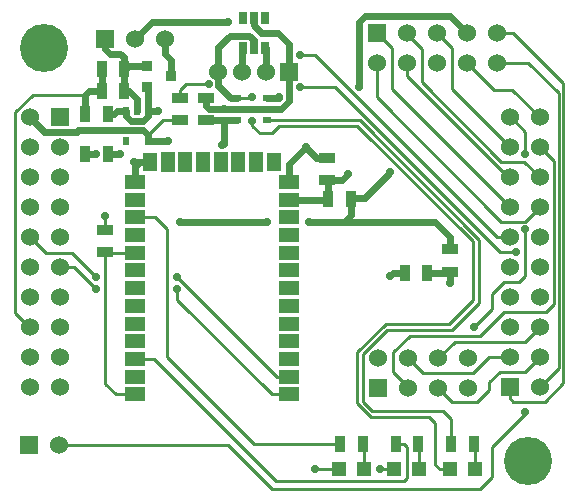
<source format=gtl>
G04 (created by PCBNEW (2013-may-18)-stable) date Вт 16 фев 2016 22:09:58*
%MOIN*%
G04 Gerber Fmt 3.4, Leading zero omitted, Abs format*
%FSLAX34Y34*%
G01*
G70*
G90*
G04 APERTURE LIST*
%ADD10C,0.00590551*%
%ADD11R,0.036X0.036*%
%ADD12R,0.0276X0.0394*%
%ADD13R,0.02X0.03*%
%ADD14R,0.03X0.02*%
%ADD15R,0.035X0.055*%
%ADD16R,0.055X0.035*%
%ADD17R,0.06X0.06*%
%ADD18C,0.06*%
%ADD19R,0.0472X0.0472*%
%ADD20R,0.0669X0.0472*%
%ADD21R,0.0472X0.0629*%
%ADD22R,0.0472X0.0669*%
%ADD23C,0.16*%
%ADD24C,0.0275591*%
%ADD25C,0.023622*%
%ADD26C,0.01*%
G04 APERTURE END LIST*
G54D10*
G54D11*
X29200Y-17750D03*
X29200Y-17050D03*
X30000Y-17400D03*
G54D12*
X33125Y-16450D03*
X32750Y-16450D03*
X32375Y-16450D03*
X32375Y-15450D03*
X32750Y-15450D03*
X33125Y-15450D03*
G54D13*
X29225Y-18550D03*
X28475Y-18550D03*
X29225Y-19550D03*
X28850Y-18550D03*
X28475Y-19550D03*
G54D14*
X33200Y-18875D03*
X33200Y-18125D03*
X32200Y-18875D03*
X33200Y-18500D03*
X32200Y-18125D03*
G54D15*
X39325Y-29650D03*
X40075Y-29650D03*
G54D16*
X39300Y-23925D03*
X39300Y-23175D03*
G54D15*
X38525Y-23950D03*
X37775Y-23950D03*
X35975Y-21500D03*
X35225Y-21500D03*
G54D16*
X27800Y-23275D03*
X27800Y-22525D03*
X35200Y-20875D03*
X35200Y-20125D03*
X30300Y-18875D03*
X30300Y-18125D03*
G54D15*
X37475Y-29650D03*
X38225Y-29650D03*
G54D16*
X31150Y-18125D03*
X31150Y-18875D03*
G54D15*
X35625Y-29650D03*
X36375Y-29650D03*
X27675Y-17150D03*
X28425Y-17150D03*
X27675Y-17900D03*
X28425Y-17900D03*
X27875Y-18650D03*
X27125Y-18650D03*
X27875Y-20000D03*
X27125Y-20000D03*
G54D17*
X36900Y-27800D03*
G54D18*
X36900Y-26800D03*
X37900Y-27800D03*
X37900Y-26800D03*
X38900Y-27800D03*
X38900Y-26800D03*
X39900Y-27800D03*
X39900Y-26800D03*
G54D17*
X27800Y-16150D03*
G54D18*
X28800Y-16150D03*
X29800Y-16150D03*
G54D17*
X25250Y-29700D03*
G54D18*
X26250Y-29700D03*
G54D17*
X41287Y-27767D03*
G54D18*
X42287Y-27767D03*
X41287Y-26767D03*
X42287Y-26767D03*
X41287Y-25767D03*
X42287Y-25767D03*
X41287Y-24767D03*
X42287Y-24767D03*
X41287Y-23767D03*
X42287Y-23767D03*
X41287Y-22767D03*
X42287Y-22767D03*
X41287Y-21767D03*
X42287Y-21767D03*
X41287Y-20767D03*
X42287Y-20767D03*
X41287Y-19767D03*
X42287Y-19767D03*
X41287Y-18767D03*
X42287Y-18767D03*
G54D17*
X26287Y-18767D03*
G54D18*
X25287Y-18767D03*
X26287Y-19767D03*
X25287Y-19767D03*
X26287Y-20767D03*
X25287Y-20767D03*
X26287Y-21767D03*
X25287Y-21767D03*
X26287Y-22767D03*
X25287Y-22767D03*
X26287Y-23767D03*
X25287Y-23767D03*
X26287Y-24767D03*
X25287Y-24767D03*
X26287Y-25767D03*
X25287Y-25767D03*
X26287Y-26767D03*
X25287Y-26767D03*
X26287Y-27767D03*
X25287Y-27767D03*
G54D17*
X33931Y-17250D03*
G54D18*
X33143Y-17250D03*
X32356Y-17250D03*
X31568Y-17250D03*
G54D19*
X38263Y-30500D03*
X37437Y-30500D03*
X36413Y-30500D03*
X35587Y-30500D03*
X39287Y-30500D03*
X40113Y-30500D03*
G54D20*
X33909Y-22107D03*
X33909Y-21516D03*
X33909Y-20926D03*
X33909Y-22697D03*
X33909Y-23288D03*
X33909Y-23878D03*
X33909Y-24469D03*
X33909Y-25059D03*
X33909Y-25650D03*
X33909Y-26241D03*
X33909Y-26831D03*
X33909Y-27422D03*
X33909Y-28012D03*
G54D21*
X33417Y-20258D03*
G54D22*
X32825Y-20276D03*
X32235Y-20276D03*
X31645Y-20276D03*
X31055Y-20276D03*
X30465Y-20276D03*
X29875Y-20276D03*
G54D21*
X29285Y-20257D03*
G54D20*
X28791Y-20926D03*
X28791Y-21516D03*
X28791Y-22108D03*
X28791Y-22697D03*
X28791Y-23288D03*
X28791Y-23878D03*
X28791Y-24469D03*
X28791Y-25059D03*
X28791Y-25650D03*
X28791Y-26241D03*
X28791Y-26831D03*
X28791Y-27422D03*
X28791Y-28012D03*
G54D17*
X36850Y-15950D03*
G54D18*
X36850Y-16950D03*
X37850Y-15950D03*
X37850Y-16950D03*
X38850Y-15950D03*
X38850Y-16950D03*
X39850Y-15950D03*
X39850Y-16950D03*
X40850Y-15950D03*
X40850Y-16950D03*
G54D23*
X25750Y-16450D03*
X41893Y-30229D03*
G54D24*
X36250Y-17750D03*
X37300Y-20600D03*
X33200Y-22250D03*
X30300Y-22250D03*
X34600Y-22250D03*
X29900Y-19550D03*
X36950Y-30500D03*
X34800Y-30500D03*
X27500Y-20000D03*
X31750Y-18500D03*
X34475Y-19775D03*
X28750Y-20250D03*
X27800Y-22050D03*
X37300Y-24050D03*
X41800Y-20000D03*
X41800Y-22500D03*
X40100Y-25750D03*
X41800Y-28600D03*
X34300Y-16700D03*
X41500Y-23250D03*
X34300Y-17750D03*
X31250Y-17650D03*
X27500Y-24500D03*
X30200Y-24500D03*
X27500Y-24100D03*
X30200Y-24100D03*
X39300Y-24300D03*
X35900Y-20650D03*
X31900Y-15600D03*
X33600Y-18100D03*
X31700Y-19700D03*
X32700Y-18100D03*
X32700Y-18900D03*
X29550Y-18550D03*
X28300Y-20000D03*
G54D25*
X35750Y-22250D02*
X38800Y-22250D01*
X39300Y-22750D02*
X39300Y-23175D01*
X38800Y-22250D02*
X39300Y-22750D01*
X39400Y-15500D02*
X39300Y-15400D01*
X39300Y-15400D02*
X36450Y-15400D01*
X36450Y-15400D02*
X36250Y-15600D01*
X36250Y-15600D02*
X36250Y-17750D01*
X39850Y-15950D02*
X39400Y-15500D01*
X36025Y-21450D02*
X35975Y-21500D01*
X36450Y-21450D02*
X36025Y-21450D01*
X37300Y-20600D02*
X36450Y-21450D01*
X33200Y-22250D02*
X31100Y-22250D01*
X31100Y-22250D02*
X30300Y-22250D01*
X35975Y-22025D02*
X35975Y-21500D01*
X35750Y-22250D02*
X35975Y-22025D01*
X34600Y-22250D02*
X35750Y-22250D01*
X29900Y-19550D02*
X29225Y-19550D01*
G54D26*
X30300Y-18875D02*
X29725Y-18875D01*
X29725Y-18875D02*
X29225Y-19375D01*
G54D25*
X29225Y-19550D02*
X29225Y-19375D01*
X25769Y-19250D02*
X25287Y-18767D01*
X26850Y-19250D02*
X25769Y-19250D01*
X26900Y-19200D02*
X26850Y-19250D01*
X29050Y-19200D02*
X26900Y-19200D01*
X29225Y-19375D02*
X29050Y-19200D01*
X35200Y-20125D02*
X34825Y-20125D01*
X34825Y-20125D02*
X34475Y-19775D01*
G54D26*
X37437Y-30500D02*
X36950Y-30500D01*
X35587Y-30500D02*
X34800Y-30500D01*
G54D25*
X27125Y-20000D02*
X27500Y-20000D01*
X27800Y-16150D02*
X27800Y-16500D01*
X28425Y-16775D02*
X28425Y-17200D01*
X28300Y-16650D02*
X28425Y-16775D01*
X27950Y-16650D02*
X28300Y-16650D01*
X27800Y-16500D02*
X27950Y-16650D01*
X29200Y-17050D02*
X28575Y-17050D01*
X28575Y-17050D02*
X28425Y-17200D01*
X28425Y-17900D02*
X28425Y-17200D01*
X28850Y-18550D02*
X28850Y-18150D01*
X28600Y-17900D02*
X28425Y-17900D01*
X28850Y-18150D02*
X28600Y-17900D01*
X33909Y-20926D02*
X33909Y-20341D01*
X33909Y-20341D02*
X34475Y-19775D01*
X28950Y-20257D02*
X28757Y-20257D01*
X28757Y-20257D02*
X28750Y-20250D01*
X28791Y-20926D02*
X28791Y-20409D01*
X28943Y-20257D02*
X28950Y-20257D01*
X28950Y-20257D02*
X29285Y-20257D01*
X28791Y-20409D02*
X28943Y-20257D01*
G54D26*
X27800Y-22525D02*
X27800Y-22050D01*
G54D25*
X37775Y-23950D02*
X37400Y-23950D01*
X37400Y-23950D02*
X37300Y-24050D01*
X31150Y-18125D02*
X31150Y-18400D01*
X31250Y-18500D02*
X31750Y-18500D01*
X31750Y-18500D02*
X33200Y-18500D01*
X31150Y-18400D02*
X31250Y-18500D01*
X33200Y-18500D02*
X33650Y-18500D01*
X33931Y-18218D02*
X33931Y-17250D01*
X33650Y-18500D02*
X33931Y-18218D01*
X32750Y-15450D02*
X32750Y-15700D01*
X33931Y-16331D02*
X33931Y-17250D01*
X33550Y-15950D02*
X33931Y-16331D01*
X33000Y-15950D02*
X33550Y-15950D01*
X32750Y-15700D02*
X33000Y-15950D01*
G54D26*
X41317Y-18767D02*
X41287Y-18767D01*
X41800Y-19250D02*
X41317Y-18767D01*
X41800Y-20000D02*
X41800Y-19250D01*
X41800Y-24050D02*
X41800Y-22500D01*
X41600Y-24250D02*
X41800Y-24050D01*
X41100Y-24250D02*
X41600Y-24250D01*
X40700Y-24650D02*
X41100Y-24250D01*
X40700Y-25150D02*
X40700Y-24650D01*
X40100Y-25750D02*
X40700Y-25150D01*
X37900Y-27800D02*
X37900Y-27750D01*
X42750Y-20230D02*
X42287Y-19767D01*
X42750Y-25000D02*
X42750Y-20230D01*
X42500Y-25250D02*
X42750Y-25000D01*
X41100Y-25250D02*
X42500Y-25250D01*
X40300Y-26050D02*
X41100Y-25250D01*
X37950Y-26050D02*
X40300Y-26050D01*
X37400Y-26600D02*
X37950Y-26050D01*
X37400Y-27250D02*
X37400Y-26600D01*
X37900Y-27750D02*
X37400Y-27250D01*
X37900Y-26800D02*
X38400Y-27300D01*
X40582Y-26767D02*
X41287Y-26767D01*
X40050Y-27300D02*
X40582Y-26767D01*
X38400Y-27300D02*
X40050Y-27300D01*
X38900Y-27800D02*
X39300Y-28200D01*
X41805Y-27250D02*
X42287Y-26767D01*
X40950Y-27250D02*
X41805Y-27250D01*
X40600Y-27600D02*
X40950Y-27250D01*
X40600Y-27850D02*
X40600Y-27600D01*
X40200Y-28250D02*
X40600Y-27850D01*
X39350Y-28250D02*
X40200Y-28250D01*
X39300Y-28200D02*
X39350Y-28250D01*
X38900Y-26800D02*
X39450Y-26250D01*
X41805Y-26250D02*
X42287Y-25767D01*
X39450Y-26250D02*
X41805Y-26250D01*
X26250Y-29700D02*
X31900Y-29700D01*
X41800Y-28650D02*
X41800Y-28600D01*
X40700Y-29750D02*
X41800Y-28650D01*
X40700Y-30750D02*
X40700Y-29750D01*
X40300Y-31150D02*
X40700Y-30750D01*
X33350Y-31150D02*
X40300Y-31150D01*
X31900Y-29700D02*
X33350Y-31150D01*
X39850Y-16950D02*
X40750Y-17850D01*
X41369Y-17850D02*
X42287Y-18767D01*
X40750Y-17850D02*
X41369Y-17850D01*
X41287Y-22767D02*
X40867Y-22767D01*
X34800Y-16700D02*
X34300Y-16700D01*
X40867Y-22767D02*
X34800Y-16700D01*
G54D25*
X33143Y-17250D02*
X33143Y-16468D01*
X33143Y-16468D02*
X33125Y-16450D01*
G54D26*
X40950Y-23250D02*
X41500Y-23250D01*
X35450Y-17750D02*
X40950Y-23250D01*
X34950Y-17750D02*
X35450Y-17750D01*
X34300Y-17750D02*
X34950Y-17750D01*
X30300Y-18125D02*
X30300Y-17850D01*
X30500Y-17650D02*
X31250Y-17650D01*
X30300Y-17850D02*
X30500Y-17650D01*
G54D25*
X32356Y-17250D02*
X32356Y-16468D01*
X32356Y-16468D02*
X32375Y-16450D01*
G54D26*
X38263Y-30500D02*
X38263Y-29688D01*
X38263Y-29688D02*
X38225Y-29650D01*
X37475Y-29650D02*
X37750Y-29650D01*
X29431Y-26831D02*
X28791Y-26831D01*
X33500Y-30900D02*
X29431Y-26831D01*
X37750Y-30900D02*
X33500Y-30900D01*
X37850Y-30800D02*
X37750Y-30900D01*
X37850Y-29750D02*
X37850Y-30800D01*
X37750Y-29650D02*
X37850Y-29750D01*
X36413Y-30500D02*
X36413Y-29688D01*
X36413Y-29688D02*
X36375Y-29650D01*
X35625Y-29650D02*
X32750Y-29650D01*
X29458Y-22108D02*
X28791Y-22108D01*
X29850Y-22500D02*
X29458Y-22108D01*
X29850Y-26750D02*
X29850Y-22500D01*
X32750Y-29650D02*
X29850Y-26750D01*
X33909Y-28012D02*
X33362Y-28012D01*
X26767Y-23767D02*
X26287Y-23767D01*
X27500Y-24500D02*
X26767Y-23767D01*
X30200Y-24850D02*
X30200Y-24500D01*
X33362Y-28012D02*
X30200Y-24850D01*
X33909Y-27422D02*
X33522Y-27422D01*
X25819Y-23300D02*
X25287Y-22767D01*
X26700Y-23300D02*
X25819Y-23300D01*
X27500Y-24100D02*
X26700Y-23300D01*
X33522Y-27422D02*
X30200Y-24100D01*
X28791Y-28012D02*
X28162Y-28012D01*
X27800Y-27650D02*
X27800Y-23275D01*
X28162Y-28012D02*
X27800Y-27650D01*
X28791Y-23288D02*
X27813Y-23288D01*
X27813Y-23288D02*
X27800Y-23275D01*
G54D25*
X39300Y-23925D02*
X39300Y-24300D01*
X38525Y-23950D02*
X39275Y-23950D01*
X39275Y-23950D02*
X39300Y-23925D01*
X35200Y-20875D02*
X35675Y-20875D01*
X35675Y-20875D02*
X35900Y-20650D01*
X35225Y-21500D02*
X35225Y-20900D01*
X35225Y-20900D02*
X35200Y-20875D01*
X33909Y-21516D02*
X35209Y-21516D01*
X35209Y-21516D02*
X35225Y-21500D01*
X28800Y-16150D02*
X29350Y-15600D01*
X29350Y-15600D02*
X31900Y-15600D01*
X33200Y-18125D02*
X33575Y-18125D01*
X33575Y-18125D02*
X33600Y-18100D01*
G54D26*
X36850Y-15950D02*
X37350Y-16450D01*
X37350Y-17830D02*
X41287Y-21767D01*
X37350Y-16450D02*
X37350Y-17830D01*
G54D25*
X29800Y-16150D02*
X29800Y-16650D01*
X30000Y-16850D02*
X30000Y-17400D01*
X29800Y-16650D02*
X30000Y-16850D01*
G54D26*
X33200Y-18875D02*
X36275Y-18875D01*
X39325Y-28825D02*
X39325Y-29650D01*
X39050Y-28550D02*
X39325Y-28825D01*
X36700Y-28550D02*
X39050Y-28550D01*
X36400Y-28250D02*
X36700Y-28550D01*
X36400Y-26650D02*
X36400Y-28250D01*
X37200Y-25850D02*
X36400Y-26650D01*
X39350Y-25850D02*
X37200Y-25850D01*
X40250Y-24950D02*
X39350Y-25850D01*
X40250Y-22850D02*
X40250Y-24950D01*
X36275Y-18875D02*
X40250Y-22850D01*
X36850Y-16950D02*
X36850Y-18100D01*
X41805Y-22250D02*
X42287Y-21767D01*
X41000Y-22250D02*
X41805Y-22250D01*
X36850Y-18100D02*
X41000Y-22250D01*
X37850Y-15950D02*
X37850Y-16000D01*
X41769Y-20250D02*
X42287Y-20767D01*
X41000Y-20250D02*
X41769Y-20250D01*
X38350Y-17600D02*
X41000Y-20250D01*
X38350Y-16500D02*
X38350Y-17600D01*
X37850Y-16000D02*
X38350Y-16500D01*
X37850Y-16950D02*
X37850Y-17400D01*
X41217Y-20767D02*
X41287Y-20767D01*
X37850Y-17400D02*
X41217Y-20767D01*
X38850Y-15950D02*
X39250Y-16350D01*
X39350Y-17830D02*
X41287Y-19767D01*
X39350Y-16450D02*
X39350Y-17830D01*
X39250Y-16350D02*
X39350Y-16450D01*
G54D25*
X31750Y-19650D02*
X31750Y-18875D01*
X31700Y-19700D02*
X31750Y-19650D01*
X31150Y-18875D02*
X31750Y-18875D01*
X31750Y-18875D02*
X32200Y-18875D01*
G54D26*
X40113Y-30500D02*
X40113Y-29688D01*
X40113Y-29688D02*
X40075Y-29650D01*
X33350Y-19300D02*
X32950Y-19300D01*
X38950Y-30500D02*
X38800Y-30350D01*
X38800Y-30350D02*
X38800Y-28950D01*
X38800Y-28950D02*
X38600Y-28750D01*
X38600Y-28750D02*
X36650Y-28750D01*
X36650Y-28750D02*
X36200Y-28300D01*
X36200Y-28300D02*
X36200Y-26600D01*
X36200Y-26600D02*
X37150Y-25650D01*
X37150Y-25650D02*
X39250Y-25650D01*
X39250Y-25650D02*
X40050Y-24850D01*
X40050Y-24850D02*
X40050Y-22900D01*
X40050Y-22900D02*
X36200Y-19050D01*
X36200Y-19050D02*
X33600Y-19050D01*
X33600Y-19050D02*
X33350Y-19300D01*
X39287Y-30500D02*
X38950Y-30500D01*
X32675Y-18125D02*
X32200Y-18125D01*
X32700Y-18100D02*
X32675Y-18125D01*
X32700Y-19050D02*
X32700Y-18900D01*
X32950Y-19300D02*
X32700Y-19050D01*
G54D25*
X31568Y-17250D02*
X31568Y-17718D01*
X31975Y-18125D02*
X32200Y-18125D01*
X31568Y-17718D02*
X31975Y-18125D01*
X32750Y-16450D02*
X32750Y-16200D01*
X31568Y-16431D02*
X31568Y-17250D01*
X31950Y-16050D02*
X31568Y-16431D01*
X32600Y-16050D02*
X31950Y-16050D01*
X32750Y-16200D02*
X32600Y-16050D01*
X27875Y-20000D02*
X28300Y-20000D01*
X29550Y-18550D02*
X29225Y-18550D01*
X27875Y-18650D02*
X28100Y-18650D01*
X28200Y-18550D02*
X28475Y-18550D01*
X28100Y-18650D02*
X28200Y-18550D01*
X29225Y-18550D02*
X29225Y-17775D01*
X29225Y-17775D02*
X29200Y-17750D01*
X28475Y-18550D02*
X28475Y-18725D01*
X29225Y-18725D02*
X29225Y-18550D01*
X29050Y-18900D02*
X29225Y-18725D01*
X28650Y-18900D02*
X29050Y-18900D01*
X28475Y-18725D02*
X28650Y-18900D01*
G54D26*
X25287Y-25767D02*
X25267Y-25767D01*
X25375Y-18025D02*
X27125Y-18025D01*
X24800Y-18600D02*
X25375Y-18025D01*
X24800Y-25300D02*
X24800Y-18600D01*
X25267Y-25767D02*
X24800Y-25300D01*
G54D25*
X27125Y-18650D02*
X27125Y-18025D01*
X27250Y-17900D02*
X27675Y-17900D01*
X27125Y-18025D02*
X27250Y-17900D01*
X27675Y-17900D02*
X27675Y-17150D01*
G54D26*
X41287Y-27767D02*
X41287Y-28137D01*
X41400Y-15950D02*
X40850Y-15950D01*
X43068Y-17618D02*
X41400Y-15950D01*
X43068Y-27631D02*
X43068Y-17618D01*
X42450Y-28250D02*
X43068Y-27631D01*
X41400Y-28250D02*
X42450Y-28250D01*
X41287Y-28137D02*
X41400Y-28250D01*
X42287Y-27767D02*
X42287Y-27762D01*
X41900Y-16950D02*
X40850Y-16950D01*
X42909Y-17959D02*
X41900Y-16950D01*
X42909Y-27140D02*
X42909Y-17959D01*
X42287Y-27762D02*
X42909Y-27140D01*
M02*

</source>
